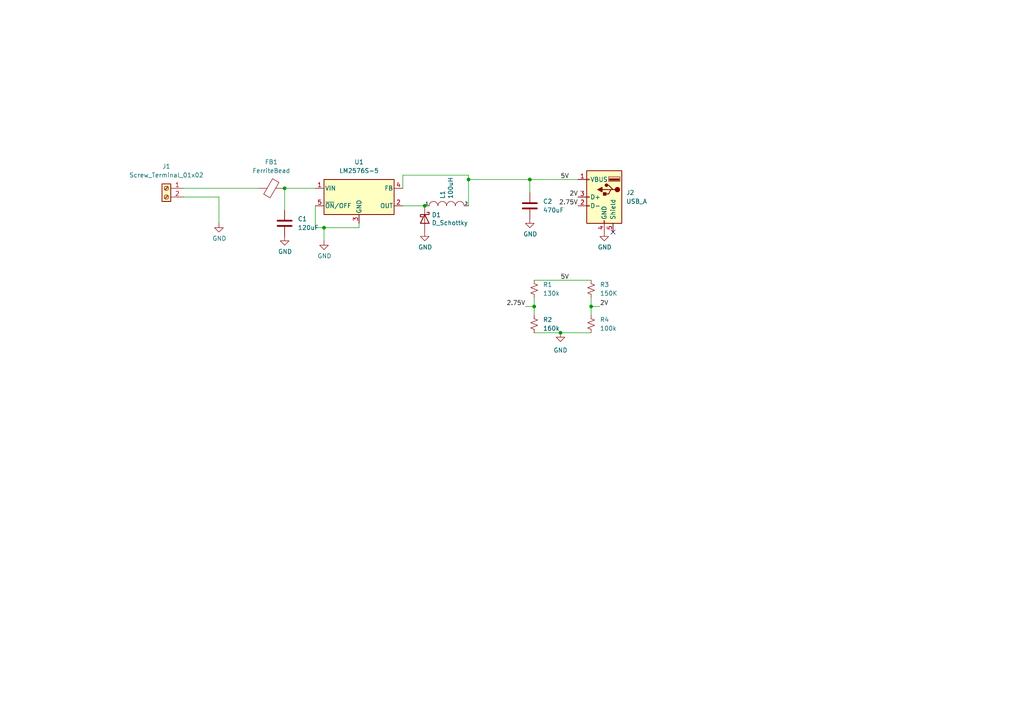
<source format=kicad_sch>
(kicad_sch (version 20211123) (generator eeschema)
  (paper "A4")
  (title_block (title "Laptop battery to phone charger Dc to Dc Converter"))
  (lib_symbols
    (symbol "Connector:Screw_Terminal_01x02" (pin_names (offset 1.016) hide)
      (property "Reference" "J" (at 0 2.54 0))
      (property "Value" "Screw_Terminal_01x02" (at 0 -5.08 0))
      (symbol "Screw_Terminal_01x02_1_1"
        (rectangle (start -1.27 1.27) (end 1.27 -3.81) (stroke (width 0.254)) (fill (type background)))
        (circle (center 0 -2.54) (radius 0.635) (stroke (width 0.1524)))
        (polyline (pts (xy -0.5334 -2.2098) (xy 0.3302 -3.048)) (stroke (width 0.1524)))
        (polyline (pts (xy -0.5334 0.3302) (xy 0.3302 -0.508)) (stroke (width 0.1524)))
        (polyline (pts (xy -0.3556 -2.032) (xy 0.508 -2.8702)) (stroke (width 0.1524)))
        (polyline (pts (xy -0.3556 0.508) (xy 0.508 -0.3302)) (stroke (width 0.1524)))
        (circle (center 0 0) (radius 0.635) (stroke (width 0.1524)))
        (pin passive line (at -5.08 0 0) (length 3.81) (name "Pin_1") (number "1"))
        (pin passive line (at -5.08 -2.54 0) (length 3.81) (name "Pin_2") (number "2"))
      )
    )
    (symbol "Connector:USB_A" (pin_names (offset 1.016))
      (property "Reference" "J" (at -5.08 11.43 0))
      (property "Value" "USB_A" (at -5.08 8.89 0))
      (symbol "USB_A_0_1"
        (rectangle (start -5.08 -7.62) (end 5.08 7.62) (stroke (width 0.254)) (fill (type background)))
        (circle (center -3.81 2.159) (radius 0.635) (stroke (width 0.254)) (fill (type outline)))
        (rectangle (start -1.524 4.826) (end -4.318 5.334) (fill (type outline)))
        (rectangle (start -1.27 4.572) (end -4.572 5.842))
        (circle (center -0.635 3.429) (radius 0.381) (stroke (width 0.254)) (fill (type outline)))
        (rectangle (start -0.127 -7.62) (end 0.127 -6.858))
        (polyline (pts (xy -3.175 2.159) (xy -2.54 2.159) (xy -1.27 3.429) (xy -0.635 3.429)) (stroke (width 0.254)))
        (polyline (pts (xy -2.54 2.159) (xy -1.905 2.159) (xy -1.27 0.889) (xy 0 0.889)) (stroke (width 0.254)))
        (polyline (pts (xy 0.635 2.794) (xy 0.635 1.524) (xy 1.905 2.159) (xy 0.635 2.794)) (stroke (width 0.254)) (fill (type outline)))
        (rectangle (start 0.254 1.27) (end -0.508 0.508) (stroke (width 0.254)) (fill (type outline)))
        (rectangle (start 5.08 -2.667) (end 4.318 -2.413))
        (rectangle (start 5.08 -0.127) (end 4.318 0.127))
        (rectangle (start 5.08 4.953) (end 4.318 5.207))
      )
      (symbol "USB_A_1_1"
        (polyline (pts (xy -1.905 2.159) (xy 0.635 2.159)) (stroke (width 0.254)))
        (pin power_in line (at 7.62 5.08 180) (length 2.54) (name "VBUS") (number "1"))
        (pin bidirectional line (at 7.62 -2.54 180) (length 2.54) (name "D-") (number "2"))
        (pin bidirectional line (at 7.62 0 180) (length 2.54) (name "D+") (number "3"))
        (pin power_in line (at 0 -10.16 90) (length 2.54) (name "GND") (number "4"))
        (pin passive line (at -2.54 -10.16 90) (length 2.54) (name "Shield") (number "5"))
      )
    )
    (symbol "Device:C" (pin_numbers hide) (pin_names (offset 0.254))
      (property "Reference" "C" (at 0.635 2.54 0))
      (property "Value" "C" (at 0.635 -2.54 0))
      (symbol "C_0_1"
        (polyline (pts (xy -2.032 -0.762) (xy 2.032 -0.762)) (stroke (width 0.508)))
        (polyline (pts (xy -2.032 0.762) (xy 2.032 0.762)) (stroke (width 0.508)))
      )
      (symbol "C_1_1"
        (pin passive line (at 0 3.81 270) (length 2.794) (name "~") (number "1"))
        (pin passive line (at 0 -3.81 90) (length 2.794) (name "~") (number "2"))
      )
    )
    (symbol "Device:D_Schottky" (pin_numbers hide) (pin_names (offset 1.016) hide)
      (property "Reference" "D" (at 0 2.54 0))
      (property "Value" "D_Schottky" (at 0 -2.54 0))
      (symbol "D_Schottky_0_1"
        (polyline (pts (xy 1.27 0) (xy -1.27 0)))
        (polyline (pts (xy 1.27 1.27) (xy 1.27 -1.27) (xy -1.27 0) (xy 1.27 1.27)) (stroke (width 0.254)))
        (polyline (pts (xy -1.905 0.635) (xy -1.905 1.27) (xy -1.27 1.27) (xy -1.27 -1.27) (xy -0.635 -1.27) (xy -0.635 -0.635)) (stroke (width 0.254)))
      )
      (symbol "D_Schottky_1_1"
        (pin passive line (at -3.81 0 0) (length 2.54) (name "K") (number "1"))
        (pin passive line (at 3.81 0 180) (length 2.54) (name "A") (number "2"))
      )
    )
    (symbol "Device:FerriteBead" (pin_numbers hide) (pin_names (offset 0))
      (property "Reference" "FB" (at -3.81 0.635 90))
      (property "Value" "FerriteBead" (at 3.81 0 90))
      (symbol "FerriteBead_0_1"
        (polyline (pts (xy 0 -1.27) (xy 0 -1.2192)))
        (polyline (pts (xy 0 1.27) (xy 0 1.2954)))
        (polyline (pts (xy -2.7686 0.4064) (xy -1.7018 2.2606) (xy 2.7686 -0.3048) (xy 1.6764 -2.159) (xy -2.7686 0.4064)))
      )
      (symbol "FerriteBead_1_1"
        (pin passive line (at 0 3.81 270) (length 2.54) (name "~") (number "1"))
        (pin passive line (at 0 -3.81 90) (length 2.54) (name "~") (number "2"))
      )
    )
    (symbol "Device:R_Small_US" (pin_numbers hide) (pin_names (offset 0.254) hide)
      (property "Reference" "R" (at 0.762 0.508 0))
      (property "Value" "R_Small_US" (at 0.762 -1.016 0))
      (symbol "R_Small_US_1_1"
        (polyline (pts (xy 0 0) (xy 1.016 -0.381) (xy 0 -0.762) (xy -1.016 -1.143) (xy 0 -1.524)))
        (polyline (pts (xy 0 1.524) (xy 1.016 1.143) (xy 0 0.762) (xy -1.016 0.381) (xy 0 0)))
        (pin passive line (at 0 2.54 270) (length 1.016) (name "~") (number "1"))
        (pin passive line (at 0 -2.54 90) (length 1.016) (name "~") (number "2"))
      )
    )
    (symbol "Regulator_Switching:LM2576S-5" (pin_names (offset 0.254))
      (property "Reference" "U" (at -10.16 6.35 0))
      (property "Value" "LM2576S-5" (at 0 6.35 0))
      (symbol "LM2576S-5_0_1"
        (rectangle (start -10.16 5.08) (end 10.16 -5.08) (stroke (width 0.254)) (fill (type background)))
      )
      (symbol "LM2576S-5_1_1"
        (pin power_in line (at -12.7 2.54 0) (length 2.54) (name "VIN") (number "1"))
        (pin output line (at 12.7 -2.54 180) (length 2.54) (name "OUT") (number "2"))
        (pin power_in line (at 0 -7.62 90) (length 2.54) (name "GND") (number "3"))
        (pin input line (at 12.7 2.54 180) (length 2.54) (name "FB") (number "4"))
        (pin input line (at -12.7 -2.54 0) (length 2.54) (name "~{ON}/OFF") (number "5"))
      )
    )
    (symbol "power:GND" (power) (pin_names (offset 0))
      (property "Value" "GND" (at 0 -3.81 0))
      (symbol "GND_0_1"
        (polyline (pts (xy 0 0) (xy 0 -1.27) (xy 1.27 -1.27) (xy 0 -2.54) (xy -1.27 -1.27) (xy 0 -1.27)))
      )
      (symbol "GND_1_1"
        (pin power_in line (at 0 0 270) (length 0) hide (name "GND") (number "1"))
      )
    )
    (symbol "pspice:INDUCTOR" (pin_numbers hide) (pin_names (offset 0))
      (property "Reference" "L" (at 0 2.54 0))
      (property "Value" "INDUCTOR" (at 0 -1.27 0))
      (symbol "INDUCTOR_0_1"
        (arc (start -2.54 0) (mid -3.81 1.27) (end -5.08 0))
        (arc (start 0 0) (mid -1.27 1.27) (end -2.54 0))
        (arc (start 2.54 0) (mid 1.27 1.27) (end 0 0))
        (arc (start 5.08 0) (mid 3.81 1.27) (end 2.54 0))
      )
      (symbol "INDUCTOR_1_1"
        (pin input line (at -6.35 0 0) (length 1.27) (name "1") (number "1"))
        (pin input line (at 6.35 0 180) (length 1.27) (name "2") (number "2"))
      )
    )
  )
  (junction (at 162.56 96.52))
  (junction (at 154.94 88.9))
  (junction (at 93.98 66.04))
  (junction (at 123.19 59.69))
  (junction (at 135.89 52.07))
  (junction (at 82.55 54.61))
  (junction (at 153.67 52.07))
  (junction (at 171.45 88.9))
  (no_connect (at 177.8 67.31))
  (wire (pts (xy 63.5 57.15) (xy 63.5 64.77)))
  (wire (pts (xy 93.98 69.85) (xy 93.98 66.04)))
  (wire (pts (xy 162.56 96.52) (xy 171.45 96.52)))
  (wire (pts (xy 91.44 59.69) (xy 91.44 66.04)))
  (wire (pts (xy 104.14 66.04) (xy 104.14 64.77)))
  (wire (pts (xy 154.94 86.36) (xy 154.94 88.9)))
  (wire (pts (xy 135.89 50.8) (xy 135.89 52.07)))
  (wire (pts (xy 116.84 50.8) (xy 135.89 50.8)))
  (wire (pts (xy 116.84 50.8) (xy 116.84 54.61)))
  (wire (pts (xy 91.44 54.61) (xy 82.55 54.61)))
  (wire (pts (xy 167.64 52.07) (xy 153.67 52.07)))
  (wire (pts (xy 91.44 66.04) (xy 93.98 66.04)))
  (wire (pts (xy 53.34 57.15) (xy 63.5 57.15)))
  (wire (pts (xy 53.34 54.61) (xy 74.93 54.61)))
  (wire (pts (xy 135.89 52.07) (xy 153.67 52.07)))
  (wire (pts (xy 171.45 88.9) (xy 173.99 88.9)))
  (wire (pts (xy 154.94 88.9) (xy 154.94 91.44)))
  (wire (pts (xy 154.94 81.28) (xy 171.45 81.28)))
  (wire (pts (xy 171.45 88.9) (xy 171.45 91.44)))
  (wire (pts (xy 154.94 96.52) (xy 162.56 96.52)))
  (wire (pts (xy 116.84 59.69) (xy 123.19 59.69)))
  (wire (pts (xy 93.98 66.04) (xy 104.14 66.04)))
  (wire (pts (xy 153.67 55.88) (xy 153.67 52.07)))
  (wire (pts (xy 171.45 86.36) (xy 171.45 88.9)))
  (wire (pts (xy 135.89 59.69) (xy 135.89 52.07)))
  (wire (pts (xy 82.55 60.96) (xy 82.55 54.61)))
  (wire (pts (xy 152.4 88.9) (xy 154.94 88.9)))
  (label "2V" (at 167.64 57.15 180))
  (label "5V" (at 162.56 52.07 0))
  (label "5V" (at 162.56 81.28 0))
  (label "2.75V" (at 152.4 88.9 180))
  (label "2.75V" (at 167.64 59.69 180))
  (label "2V" (at 173.99 88.9 0))
  (symbol (lib_id "power:GND") (at 63.5 64.77 0) (unit 1)
    (property "Reference" "#PWR0103" (effects hide))
    (property "Value" "GND" (at 63.627 69.1642 0))
  )
  (symbol (lib_id "pspice:INDUCTOR") (at 129.54 59.69 0) (unit 1)
    (property "Reference" "L1" (at 128.3716 57.7088 90) (effects (justify left)))
    (property "Value" "100uH" (at 130.683 57.7088 90) (effects (justify left)))
    (property "Footprint" "Inductor_SMD:L_28x25mm_H20.5mm" (effects hide))
    (property "Datasheet" "https://industrial.panasonic.com/cdbs/www-data/pdf/AAB8000/AAB8000C177.pdf" (effects hide))
  )
  (symbol (lib_id "Device:D_Schottky") (at 123.19 63.5 270) (unit 1)
    (property "Reference" "D1" (at 125.222 62.3316 90) (effects (justify left)))
    (property "Value" "D_Schottky" (at 125.222 64.643 90) (effects (justify left)))
    (property "Footprint" "Diode_THT:D_DO-15_P15.24mm_Horizontal" (effects hide))
    (property "Datasheet" "https://www.st.com/content/ccc/resource/technical/document/datasheet/d8/3f/72/85/bc/90/4e/f7/CD00001626.pdf/files/CD00001626.pdf/jcr:content/translations/en.CD00001626.pdf" (effects hide))
  )
  (symbol (lib_id "power:GND") (at 153.67 63.5 0) (unit 1)
    (property "Reference" "#PWR0101" (effects hide))
    (property "Value" "GND" (at 153.797 67.8942 0))
  )
  (symbol (lib_id "power:GND") (at 123.19 67.31 0) (unit 1)
    (property "Reference" "#PWR0104" (effects hide))
    (property "Value" "GND" (at 123.317 71.7042 0))
  )
  (symbol (lib_id "power:GND") (at 175.26 67.31 0) (unit 1)
    (property "Reference" "#PWR0105" (effects hide))
    (property "Value" "GND" (at 175.387 71.7042 0))
  )
  (symbol (lib_id "power:GND") (at 93.98 69.85 0) (unit 1)
    (property "Reference" "#PWR0102" (effects hide))
    (property "Value" "GND" (at 94.107 74.2442 0))
  )
  (symbol (lib_id "power:GND") (at 82.55 68.58 0) (unit 1)
    (property "Reference" "#PWR0106" (effects hide))
    (property "Value" "GND" (at 82.677 72.9742 0))
  )
  (symbol (lib_id "Connector:USB_A") (at 175.26 57.15 0) (mirror y) (unit 1)
    (property "Reference" "J2" (at 181.61 55.8799 0) (effects (justify right)))
    (property "Value" "USB_A" (at 181.61 58.4199 0) (effects (justify right)))
    (property "Footprint" "Connector_USB:USB_A_Molex_67643_Horizontal" (effects hide))
    (property "Datasheet" "https://www.molex.com/pdm_docs/sd/676430910_sd.pdf" (effects hide))
  )
  (symbol (lib_id "Device:FerriteBead") (at 78.74 54.61 90) (unit 1)
    (property "Reference" "FB1" (at 78.6892 46.99 90))
    (property "Value" "FerriteBead" (at 78.6892 49.53 90))
    (property "Footprint" "Ferrite_THT:LairdTech_28C0236-0JW-10" (effects hide))
    (property "Datasheet" "https://media.digikey.com/pdf/Data%20Sheets/Laird%20Technologies/EMI_Filtering_and_RF_Inductors.pdf" (effects hide))
  )
  (symbol (lib_id "Device:R_Small_US") (at 171.45 83.82 0) (unit 1)
    (property "Reference" "R3" (at 173.99 82.5499 0) (effects (justify left)))
    (property "Value" "150K" (at 173.99 85.0899 0) (effects (justify left)))
    (property "Footprint" "Resistor_SMD:R_0805_2012Metric" (effects hide))
  )
  (symbol (lib_id "Device:R_Small_US") (at 154.94 83.82 0) (unit 1)
    (property "Reference" "R1" (at 157.48 82.5499 0) (effects (justify left)))
    (property "Value" "130k" (at 157.48 85.0899 0) (effects (justify left)))
    (property "Footprint" "Resistor_SMD:R_0805_2012Metric" (effects hide))
  )
  (symbol (lib_id "Connector:Screw_Terminal_01x02") (at 48.26 54.61 0) (mirror y) (unit 1)
    (property "Reference" "J1" (at 48.26 48.26 0))
    (property "Value" "Screw_Terminal_01x02" (at 48.26 50.8 0))
    (property "Footprint" "Package_SIP:2 Pin TB006-508 Terminal Block" (effects hide))
    (property "Datasheet" "https://www.cuidevices.com/product/resource/tb006-508.pdf" (effects hide))
  )
  (symbol (lib_id "Device:R_Small_US") (at 171.45 93.98 0) (unit 1)
    (property "Reference" "R4" (at 173.99 92.7099 0) (effects (justify left)))
    (property "Value" "100k" (at 173.99 95.2499 0) (effects (justify left)))
    (property "Footprint" "Resistor_SMD:R_0805_2012Metric" (effects hide))
  )
  (symbol (lib_id "Regulator_Switching:LM2576S-5") (at 104.14 57.15 0) (unit 1)
    (property "Reference" "U1" (at 104.14 46.99 0))
    (property "Value" "LM2576S-5" (at 104.14 49.53 0))
    (property "Footprint" "Package_TO_SOT_SMD:TO-263-5_TabPin3" (effects hide))
    (property "Datasheet" "http://www.ti.com/lit/ds/symlink/lm2576.pdf" (effects hide))
  )
  (symbol (lib_id "Device:C") (at 153.67 59.69 0) (unit 1)
    (property "Reference" "C2" (at 157.48 58.4199 0) (effects (justify left)))
    (property "Value" "470uF" (at 157.48 60.9599 0) (effects (justify left)))
    (property "Footprint" "Capacitor_THT:CP_Radial_D8.0mm_P3.50mm" (effects hide))
    (property "Datasheet" "https://www.we-online.com/katalog/datasheet/860160274021.pdf" (effects hide))
  )
  (symbol (lib_id "Device:R_Small_US") (at 154.94 93.98 0) (unit 1)
    (property "Reference" "R2" (at 157.48 92.7099 0) (effects (justify left)))
    (property "Value" "160k" (at 157.48 95.2499 0) (effects (justify left)))
    (property "Footprint" "Resistor_SMD:R_0805_2012Metric" (effects hide))
  )
  (symbol (lib_id "Device:C") (at 82.55 64.77 0) (unit 1)
    (property "Reference" "C1" (at 86.36 63.4999 0) (effects (justify left)))
    (property "Value" "120uF" (at 86.36 66.0399 0) (effects (justify left)))
    (property "Footprint" "Capacitor_THT:CP_Radial_D8.0mm_P3.50mm" (effects hide))
    (property "Datasheet" "https://www.chemi-con.co.jp/products/relatedfiles/capacitor/catalog/KZELL-e.PDF" (effects hide))
  )
  (symbol (lib_id "power:GND") (at 162.56 96.52 0) (unit 1)
    (property "Reference" "#PWR01" (effects hide))
    (property "Value" "GND" (at 162.56 101.6 0))
  )
)
</source>
